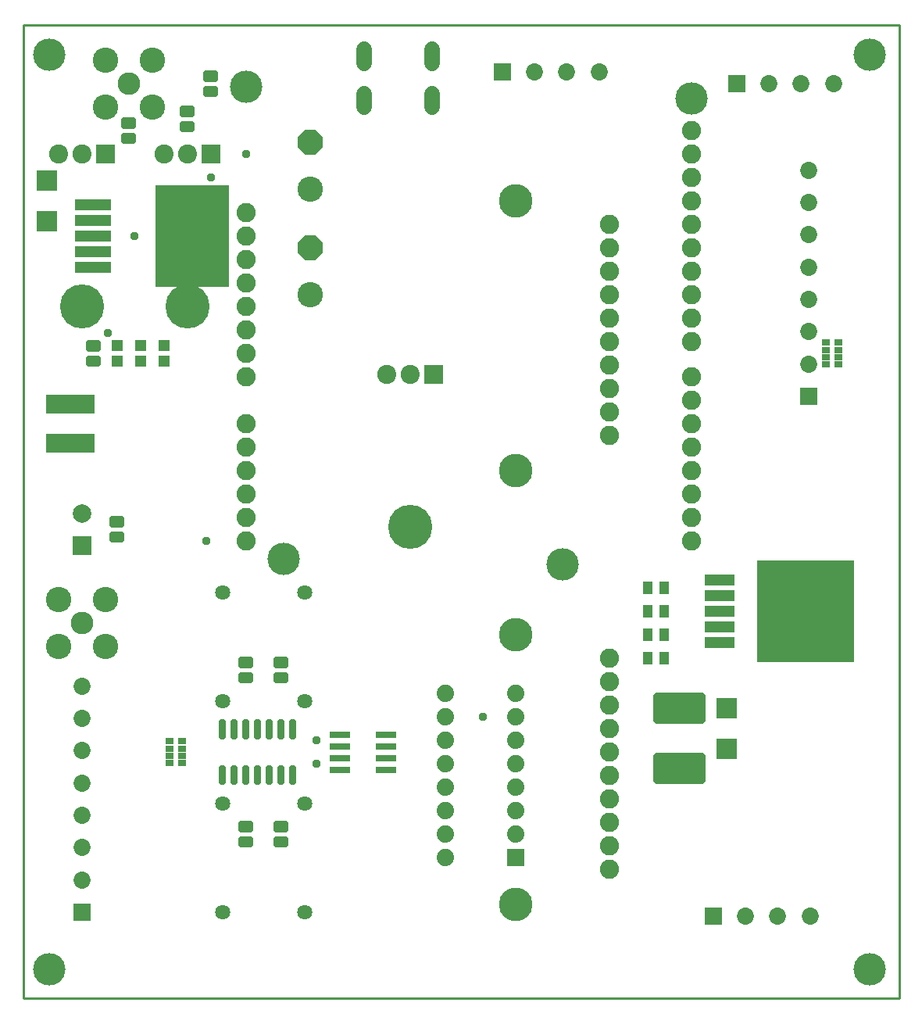
<source format=gbr>
G04 EAGLE Gerber RS-274X export*
G75*
%MOMM*%
%FSLAX34Y34*%
%LPD*%
%INSoldermask Bottom*%
%IPPOS*%
%AMOC8*
5,1,8,0,0,1.08239X$1,22.5*%
G01*
%ADD10C,2.082800*%
%ADD11R,1.879600X1.879600*%
%ADD12C,1.879600*%
%ADD13C,0.506016*%
%ADD14R,2.171700X0.802300*%
%ADD15C,1.633200*%
%ADD16C,0.701791*%
%ADD17C,2.453200*%
%ADD18C,2.753200*%
%ADD19R,1.853200X1.853200*%
%ADD20C,1.853200*%
%ADD21C,3.505200*%
%ADD22R,2.003200X2.003200*%
%ADD23C,2.003200*%
%ADD24R,3.993200X1.193200*%
%ADD25R,8.083200X11.043200*%
%ADD26R,1.203200X1.303200*%
%ADD27R,2.203200X2.203200*%
%ADD28C,2.743200*%
%ADD29P,2.969212X8X112.500000*%
%ADD30C,1.711200*%
%ADD31C,3.632200*%
%ADD32R,0.853200X0.703200*%
%ADD33R,2.063200X2.063200*%
%ADD34C,2.063200*%
%ADD35C,4.775200*%
%ADD36C,3.251200*%
%ADD37R,5.303200X2.103200*%
%ADD38C,0.850800*%
%ADD39R,10.613200X11.003200*%
%ADD40R,3.203200X1.270000*%
%ADD41R,1.003200X1.403200*%
%ADD42C,0.959600*%
%ADD43C,0.254000*%

G36*
X182202Y904803D02*
X182202Y904803D01*
X182204Y904801D01*
X182595Y904832D01*
X182599Y904836D01*
X182602Y904833D01*
X182984Y904924D01*
X182988Y904929D01*
X182992Y904927D01*
X183354Y905077D01*
X183357Y905082D01*
X183361Y905080D01*
X183695Y905285D01*
X183697Y905290D01*
X183701Y905290D01*
X184000Y905545D01*
X184001Y905550D01*
X184005Y905550D01*
X184260Y905849D01*
X184261Y905855D01*
X184265Y905855D01*
X184470Y906189D01*
X184469Y906195D01*
X184474Y906196D01*
X184624Y906558D01*
X184623Y906560D01*
X184624Y906560D01*
X184622Y906563D01*
X184622Y906564D01*
X184626Y906566D01*
X184717Y906948D01*
X184715Y906953D01*
X184717Y906954D01*
X184718Y906955D01*
X184749Y907346D01*
X184747Y907349D01*
X184749Y907350D01*
X184749Y912850D01*
X184747Y912852D01*
X184749Y912854D01*
X184718Y913245D01*
X184714Y913249D01*
X184717Y913252D01*
X184626Y913634D01*
X184621Y913638D01*
X184624Y913642D01*
X184474Y914004D01*
X184468Y914007D01*
X184470Y914011D01*
X184265Y914345D01*
X184260Y914347D01*
X184260Y914351D01*
X184005Y914650D01*
X184000Y914651D01*
X184000Y914655D01*
X183701Y914910D01*
X183695Y914911D01*
X183695Y914915D01*
X183361Y915120D01*
X183355Y915119D01*
X183354Y915124D01*
X182992Y915274D01*
X182986Y915272D01*
X182984Y915276D01*
X182602Y915367D01*
X182595Y915364D01*
X182591Y915368D01*
X173400Y915399D01*
X173398Y915397D01*
X173396Y915399D01*
X173005Y915368D01*
X173001Y915364D01*
X172998Y915367D01*
X172616Y915276D01*
X172612Y915271D01*
X172608Y915274D01*
X172246Y915124D01*
X172243Y915118D01*
X172239Y915120D01*
X171905Y914915D01*
X171903Y914910D01*
X171899Y914910D01*
X171600Y914655D01*
X171599Y914650D01*
X171595Y914650D01*
X171340Y914351D01*
X171339Y914345D01*
X171335Y914345D01*
X171130Y914011D01*
X171131Y914005D01*
X171127Y914004D01*
X170977Y913642D01*
X170978Y913636D01*
X170974Y913634D01*
X170883Y913252D01*
X170885Y913247D01*
X170882Y913245D01*
X170851Y912854D01*
X170853Y912851D01*
X170851Y912850D01*
X170851Y907350D01*
X170853Y907348D01*
X170851Y907346D01*
X170882Y906955D01*
X170886Y906951D01*
X170883Y906948D01*
X170974Y906566D01*
X170979Y906562D01*
X170977Y906558D01*
X171127Y906196D01*
X171132Y906193D01*
X171130Y906189D01*
X171335Y905855D01*
X171340Y905853D01*
X171340Y905849D01*
X171595Y905550D01*
X171600Y905549D01*
X171600Y905545D01*
X171899Y905290D01*
X171905Y905289D01*
X171905Y905285D01*
X172239Y905080D01*
X172245Y905081D01*
X172246Y905077D01*
X172608Y904927D01*
X172614Y904928D01*
X172616Y904924D01*
X172998Y904833D01*
X173005Y904836D01*
X173009Y904832D01*
X182200Y904801D01*
X182202Y904803D01*
G37*
G36*
X182202Y888003D02*
X182202Y888003D01*
X182204Y888001D01*
X182595Y888032D01*
X182599Y888036D01*
X182602Y888033D01*
X182984Y888124D01*
X182988Y888129D01*
X182992Y888127D01*
X183354Y888277D01*
X183357Y888282D01*
X183361Y888280D01*
X183695Y888485D01*
X183697Y888490D01*
X183701Y888490D01*
X184000Y888745D01*
X184001Y888750D01*
X184005Y888750D01*
X184260Y889049D01*
X184261Y889055D01*
X184265Y889055D01*
X184470Y889389D01*
X184469Y889395D01*
X184474Y889396D01*
X184624Y889758D01*
X184623Y889760D01*
X184624Y889760D01*
X184622Y889763D01*
X184622Y889764D01*
X184626Y889766D01*
X184717Y890148D01*
X184715Y890153D01*
X184717Y890154D01*
X184718Y890155D01*
X184749Y890546D01*
X184747Y890549D01*
X184749Y890550D01*
X184749Y896050D01*
X184747Y896052D01*
X184749Y896054D01*
X184718Y896445D01*
X184714Y896449D01*
X184717Y896452D01*
X184626Y896834D01*
X184621Y896838D01*
X184624Y896842D01*
X184474Y897204D01*
X184468Y897207D01*
X184470Y897211D01*
X184265Y897545D01*
X184260Y897547D01*
X184260Y897551D01*
X184005Y897850D01*
X184000Y897851D01*
X184000Y897855D01*
X183701Y898110D01*
X183695Y898111D01*
X183695Y898115D01*
X183361Y898320D01*
X183355Y898319D01*
X183354Y898324D01*
X182992Y898474D01*
X182986Y898472D01*
X182984Y898476D01*
X182602Y898567D01*
X182595Y898564D01*
X182591Y898568D01*
X173400Y898599D01*
X173398Y898597D01*
X173396Y898599D01*
X173005Y898568D01*
X173001Y898564D01*
X172998Y898567D01*
X172616Y898476D01*
X172612Y898471D01*
X172608Y898474D01*
X172246Y898324D01*
X172243Y898318D01*
X172239Y898320D01*
X171905Y898115D01*
X171903Y898110D01*
X171899Y898110D01*
X171600Y897855D01*
X171599Y897850D01*
X171595Y897850D01*
X171340Y897551D01*
X171339Y897545D01*
X171335Y897545D01*
X171130Y897211D01*
X171131Y897205D01*
X171127Y897204D01*
X170977Y896842D01*
X170978Y896836D01*
X170974Y896834D01*
X170883Y896452D01*
X170885Y896447D01*
X170882Y896445D01*
X170851Y896054D01*
X170853Y896051D01*
X170851Y896050D01*
X170851Y890550D01*
X170853Y890548D01*
X170851Y890546D01*
X170882Y890155D01*
X170886Y890151D01*
X170883Y890148D01*
X170974Y889766D01*
X170979Y889762D01*
X170977Y889758D01*
X171127Y889396D01*
X171132Y889393D01*
X171130Y889389D01*
X171335Y889055D01*
X171340Y889053D01*
X171340Y889049D01*
X171595Y888750D01*
X171600Y888749D01*
X171600Y888745D01*
X171899Y888490D01*
X171905Y888489D01*
X171905Y888485D01*
X172239Y888280D01*
X172245Y888281D01*
X172246Y888277D01*
X172608Y888127D01*
X172614Y888128D01*
X172616Y888124D01*
X172998Y888033D01*
X173005Y888036D01*
X173009Y888032D01*
X182200Y888001D01*
X182202Y888003D01*
G37*
G36*
X156802Y866703D02*
X156802Y866703D01*
X156804Y866701D01*
X157195Y866732D01*
X157199Y866736D01*
X157202Y866733D01*
X157584Y866824D01*
X157588Y866829D01*
X157592Y866827D01*
X157954Y866977D01*
X157957Y866982D01*
X157961Y866980D01*
X158295Y867185D01*
X158297Y867190D01*
X158301Y867190D01*
X158600Y867445D01*
X158601Y867450D01*
X158605Y867450D01*
X158860Y867749D01*
X158861Y867755D01*
X158865Y867755D01*
X159070Y868089D01*
X159069Y868095D01*
X159074Y868096D01*
X159224Y868458D01*
X159223Y868460D01*
X159224Y868460D01*
X159222Y868463D01*
X159222Y868464D01*
X159226Y868466D01*
X159317Y868848D01*
X159315Y868853D01*
X159317Y868854D01*
X159318Y868855D01*
X159349Y869246D01*
X159347Y869249D01*
X159349Y869250D01*
X159349Y874750D01*
X159347Y874752D01*
X159349Y874754D01*
X159318Y875145D01*
X159314Y875149D01*
X159317Y875152D01*
X159226Y875534D01*
X159221Y875538D01*
X159224Y875542D01*
X159074Y875904D01*
X159068Y875907D01*
X159070Y875911D01*
X158865Y876245D01*
X158860Y876247D01*
X158860Y876251D01*
X158605Y876550D01*
X158600Y876551D01*
X158600Y876555D01*
X158301Y876810D01*
X158295Y876811D01*
X158295Y876815D01*
X157961Y877020D01*
X157955Y877019D01*
X157954Y877024D01*
X157592Y877174D01*
X157586Y877172D01*
X157584Y877176D01*
X157202Y877267D01*
X157195Y877264D01*
X157191Y877268D01*
X148000Y877299D01*
X147998Y877297D01*
X147996Y877299D01*
X147605Y877268D01*
X147601Y877264D01*
X147598Y877267D01*
X147216Y877176D01*
X147212Y877171D01*
X147208Y877174D01*
X146846Y877024D01*
X146843Y877018D01*
X146839Y877020D01*
X146505Y876815D01*
X146503Y876810D01*
X146499Y876810D01*
X146200Y876555D01*
X146199Y876550D01*
X146195Y876550D01*
X145940Y876251D01*
X145939Y876245D01*
X145935Y876245D01*
X145730Y875911D01*
X145731Y875905D01*
X145727Y875904D01*
X145577Y875542D01*
X145578Y875536D01*
X145574Y875534D01*
X145483Y875152D01*
X145485Y875147D01*
X145482Y875145D01*
X145451Y874754D01*
X145453Y874751D01*
X145451Y874750D01*
X145451Y869250D01*
X145453Y869248D01*
X145451Y869246D01*
X145482Y868855D01*
X145486Y868851D01*
X145483Y868848D01*
X145574Y868466D01*
X145579Y868462D01*
X145577Y868458D01*
X145727Y868096D01*
X145732Y868093D01*
X145730Y868089D01*
X145935Y867755D01*
X145940Y867753D01*
X145940Y867749D01*
X146195Y867450D01*
X146200Y867449D01*
X146200Y867445D01*
X146499Y867190D01*
X146505Y867189D01*
X146505Y867185D01*
X146839Y866980D01*
X146845Y866981D01*
X146846Y866977D01*
X147208Y866827D01*
X147214Y866828D01*
X147216Y866824D01*
X147598Y866733D01*
X147605Y866736D01*
X147609Y866732D01*
X156800Y866701D01*
X156802Y866703D01*
G37*
G36*
X93302Y854003D02*
X93302Y854003D01*
X93304Y854001D01*
X93695Y854032D01*
X93699Y854036D01*
X93702Y854033D01*
X94084Y854124D01*
X94088Y854129D01*
X94092Y854127D01*
X94454Y854277D01*
X94457Y854282D01*
X94461Y854280D01*
X94795Y854485D01*
X94797Y854490D01*
X94801Y854490D01*
X95100Y854745D01*
X95101Y854750D01*
X95105Y854750D01*
X95360Y855049D01*
X95361Y855055D01*
X95365Y855055D01*
X95570Y855389D01*
X95569Y855395D01*
X95574Y855396D01*
X95724Y855758D01*
X95723Y855760D01*
X95724Y855760D01*
X95722Y855763D01*
X95722Y855764D01*
X95726Y855766D01*
X95817Y856148D01*
X95815Y856153D01*
X95817Y856154D01*
X95818Y856155D01*
X95849Y856546D01*
X95847Y856549D01*
X95849Y856550D01*
X95849Y862050D01*
X95847Y862052D01*
X95849Y862054D01*
X95818Y862445D01*
X95814Y862449D01*
X95817Y862452D01*
X95726Y862834D01*
X95721Y862838D01*
X95724Y862842D01*
X95574Y863204D01*
X95568Y863207D01*
X95570Y863211D01*
X95365Y863545D01*
X95360Y863547D01*
X95360Y863551D01*
X95105Y863850D01*
X95100Y863851D01*
X95100Y863855D01*
X94801Y864110D01*
X94795Y864111D01*
X94795Y864115D01*
X94461Y864320D01*
X94455Y864319D01*
X94454Y864324D01*
X94092Y864474D01*
X94086Y864472D01*
X94084Y864476D01*
X93702Y864567D01*
X93695Y864564D01*
X93691Y864568D01*
X84500Y864599D01*
X84498Y864597D01*
X84496Y864599D01*
X84105Y864568D01*
X84101Y864564D01*
X84098Y864567D01*
X83716Y864476D01*
X83712Y864471D01*
X83708Y864474D01*
X83346Y864324D01*
X83343Y864318D01*
X83339Y864320D01*
X83005Y864115D01*
X83003Y864110D01*
X82999Y864110D01*
X82700Y863855D01*
X82699Y863850D01*
X82695Y863850D01*
X82440Y863551D01*
X82439Y863545D01*
X82435Y863545D01*
X82230Y863211D01*
X82231Y863205D01*
X82227Y863204D01*
X82077Y862842D01*
X82078Y862836D01*
X82074Y862834D01*
X81983Y862452D01*
X81985Y862447D01*
X81982Y862445D01*
X81951Y862054D01*
X81953Y862051D01*
X81951Y862050D01*
X81951Y856550D01*
X81953Y856548D01*
X81951Y856546D01*
X81982Y856155D01*
X81986Y856151D01*
X81983Y856148D01*
X82074Y855766D01*
X82079Y855762D01*
X82077Y855758D01*
X82227Y855396D01*
X82232Y855393D01*
X82230Y855389D01*
X82435Y855055D01*
X82440Y855053D01*
X82440Y855049D01*
X82695Y854750D01*
X82700Y854749D01*
X82700Y854745D01*
X82999Y854490D01*
X83005Y854489D01*
X83005Y854485D01*
X83339Y854280D01*
X83345Y854281D01*
X83346Y854277D01*
X83708Y854127D01*
X83714Y854128D01*
X83716Y854124D01*
X84098Y854033D01*
X84105Y854036D01*
X84109Y854032D01*
X93300Y854001D01*
X93302Y854003D01*
G37*
G36*
X156802Y849903D02*
X156802Y849903D01*
X156804Y849901D01*
X157195Y849932D01*
X157199Y849936D01*
X157202Y849933D01*
X157584Y850024D01*
X157588Y850029D01*
X157592Y850027D01*
X157954Y850177D01*
X157957Y850182D01*
X157961Y850180D01*
X158295Y850385D01*
X158297Y850390D01*
X158301Y850390D01*
X158600Y850645D01*
X158601Y850650D01*
X158605Y850650D01*
X158860Y850949D01*
X158861Y850955D01*
X158865Y850955D01*
X159070Y851289D01*
X159069Y851295D01*
X159074Y851296D01*
X159224Y851658D01*
X159223Y851660D01*
X159224Y851660D01*
X159222Y851663D01*
X159222Y851664D01*
X159226Y851666D01*
X159317Y852048D01*
X159315Y852053D01*
X159317Y852054D01*
X159318Y852055D01*
X159349Y852446D01*
X159347Y852449D01*
X159349Y852450D01*
X159349Y857950D01*
X159347Y857952D01*
X159349Y857954D01*
X159318Y858345D01*
X159314Y858349D01*
X159317Y858352D01*
X159226Y858734D01*
X159221Y858738D01*
X159224Y858742D01*
X159074Y859104D01*
X159068Y859107D01*
X159070Y859111D01*
X158865Y859445D01*
X158860Y859447D01*
X158860Y859451D01*
X158605Y859750D01*
X158600Y859751D01*
X158600Y859755D01*
X158301Y860010D01*
X158295Y860011D01*
X158295Y860015D01*
X157961Y860220D01*
X157955Y860219D01*
X157954Y860224D01*
X157592Y860374D01*
X157586Y860372D01*
X157584Y860376D01*
X157202Y860467D01*
X157195Y860464D01*
X157191Y860468D01*
X148000Y860499D01*
X147998Y860497D01*
X147996Y860499D01*
X147605Y860468D01*
X147601Y860464D01*
X147598Y860467D01*
X147216Y860376D01*
X147212Y860371D01*
X147208Y860374D01*
X146846Y860224D01*
X146843Y860218D01*
X146839Y860220D01*
X146505Y860015D01*
X146503Y860010D01*
X146499Y860010D01*
X146200Y859755D01*
X146199Y859750D01*
X146195Y859750D01*
X145940Y859451D01*
X145939Y859445D01*
X145935Y859445D01*
X145730Y859111D01*
X145731Y859105D01*
X145727Y859104D01*
X145577Y858742D01*
X145578Y858736D01*
X145574Y858734D01*
X145483Y858352D01*
X145485Y858347D01*
X145482Y858345D01*
X145451Y857954D01*
X145453Y857951D01*
X145451Y857950D01*
X145451Y852450D01*
X145453Y852448D01*
X145451Y852446D01*
X145482Y852055D01*
X145486Y852051D01*
X145483Y852048D01*
X145574Y851666D01*
X145579Y851662D01*
X145577Y851658D01*
X145727Y851296D01*
X145732Y851293D01*
X145730Y851289D01*
X145935Y850955D01*
X145940Y850953D01*
X145940Y850949D01*
X146195Y850650D01*
X146200Y850649D01*
X146200Y850645D01*
X146499Y850390D01*
X146505Y850389D01*
X146505Y850385D01*
X146839Y850180D01*
X146845Y850181D01*
X146846Y850177D01*
X147208Y850027D01*
X147214Y850028D01*
X147216Y850024D01*
X147598Y849933D01*
X147605Y849936D01*
X147609Y849932D01*
X156800Y849901D01*
X156802Y849903D01*
G37*
G36*
X93302Y837203D02*
X93302Y837203D01*
X93304Y837201D01*
X93695Y837232D01*
X93699Y837236D01*
X93702Y837233D01*
X94084Y837324D01*
X94088Y837329D01*
X94092Y837327D01*
X94454Y837477D01*
X94457Y837482D01*
X94461Y837480D01*
X94795Y837685D01*
X94797Y837690D01*
X94801Y837690D01*
X95100Y837945D01*
X95101Y837950D01*
X95105Y837950D01*
X95360Y838249D01*
X95361Y838255D01*
X95365Y838255D01*
X95570Y838589D01*
X95569Y838595D01*
X95574Y838596D01*
X95724Y838958D01*
X95723Y838960D01*
X95724Y838960D01*
X95722Y838963D01*
X95722Y838964D01*
X95726Y838966D01*
X95817Y839348D01*
X95815Y839353D01*
X95817Y839354D01*
X95818Y839355D01*
X95849Y839746D01*
X95847Y839749D01*
X95849Y839750D01*
X95849Y845250D01*
X95847Y845252D01*
X95849Y845254D01*
X95818Y845645D01*
X95814Y845649D01*
X95817Y845652D01*
X95726Y846034D01*
X95721Y846038D01*
X95724Y846042D01*
X95574Y846404D01*
X95568Y846407D01*
X95570Y846411D01*
X95365Y846745D01*
X95360Y846747D01*
X95360Y846751D01*
X95105Y847050D01*
X95100Y847051D01*
X95100Y847055D01*
X94801Y847310D01*
X94795Y847311D01*
X94795Y847315D01*
X94461Y847520D01*
X94455Y847519D01*
X94454Y847524D01*
X94092Y847674D01*
X94086Y847672D01*
X94084Y847676D01*
X93702Y847767D01*
X93695Y847764D01*
X93691Y847768D01*
X84500Y847799D01*
X84498Y847797D01*
X84496Y847799D01*
X84105Y847768D01*
X84101Y847764D01*
X84098Y847767D01*
X83716Y847676D01*
X83712Y847671D01*
X83708Y847674D01*
X83346Y847524D01*
X83343Y847518D01*
X83339Y847520D01*
X83005Y847315D01*
X83003Y847310D01*
X82999Y847310D01*
X82700Y847055D01*
X82699Y847050D01*
X82695Y847050D01*
X82440Y846751D01*
X82439Y846745D01*
X82435Y846745D01*
X82230Y846411D01*
X82231Y846405D01*
X82227Y846404D01*
X82077Y846042D01*
X82078Y846036D01*
X82074Y846034D01*
X81983Y845652D01*
X81985Y845647D01*
X81982Y845645D01*
X81951Y845254D01*
X81953Y845251D01*
X81951Y845250D01*
X81951Y839750D01*
X81953Y839748D01*
X81951Y839746D01*
X81982Y839355D01*
X81986Y839351D01*
X81983Y839348D01*
X82074Y838966D01*
X82079Y838962D01*
X82077Y838958D01*
X82227Y838596D01*
X82232Y838593D01*
X82230Y838589D01*
X82435Y838255D01*
X82440Y838253D01*
X82440Y838249D01*
X82695Y837950D01*
X82700Y837949D01*
X82700Y837945D01*
X82999Y837690D01*
X83005Y837689D01*
X83005Y837685D01*
X83339Y837480D01*
X83345Y837481D01*
X83346Y837477D01*
X83708Y837327D01*
X83714Y837328D01*
X83716Y837324D01*
X84098Y837233D01*
X84105Y837236D01*
X84109Y837232D01*
X93300Y837201D01*
X93302Y837203D01*
G37*
G36*
X55202Y612703D02*
X55202Y612703D01*
X55204Y612701D01*
X55595Y612732D01*
X55599Y612736D01*
X55602Y612733D01*
X55984Y612824D01*
X55988Y612829D01*
X55992Y612827D01*
X56354Y612977D01*
X56357Y612982D01*
X56361Y612980D01*
X56695Y613185D01*
X56697Y613190D01*
X56701Y613190D01*
X57000Y613445D01*
X57001Y613450D01*
X57005Y613450D01*
X57260Y613749D01*
X57261Y613755D01*
X57265Y613755D01*
X57470Y614089D01*
X57469Y614095D01*
X57474Y614096D01*
X57624Y614458D01*
X57623Y614460D01*
X57624Y614460D01*
X57622Y614463D01*
X57622Y614464D01*
X57626Y614466D01*
X57717Y614848D01*
X57715Y614853D01*
X57717Y614854D01*
X57718Y614855D01*
X57749Y615246D01*
X57747Y615249D01*
X57749Y615250D01*
X57749Y620750D01*
X57747Y620752D01*
X57749Y620754D01*
X57718Y621145D01*
X57714Y621149D01*
X57717Y621152D01*
X57626Y621534D01*
X57621Y621538D01*
X57624Y621542D01*
X57474Y621904D01*
X57468Y621907D01*
X57470Y621911D01*
X57265Y622245D01*
X57260Y622247D01*
X57260Y622251D01*
X57005Y622550D01*
X57000Y622551D01*
X57000Y622555D01*
X56701Y622810D01*
X56695Y622811D01*
X56695Y622815D01*
X56361Y623020D01*
X56355Y623019D01*
X56354Y623024D01*
X55992Y623174D01*
X55986Y623172D01*
X55984Y623176D01*
X55602Y623267D01*
X55595Y623264D01*
X55591Y623268D01*
X46400Y623299D01*
X46398Y623297D01*
X46396Y623299D01*
X46005Y623268D01*
X46001Y623264D01*
X45998Y623267D01*
X45616Y623176D01*
X45612Y623171D01*
X45608Y623174D01*
X45246Y623024D01*
X45243Y623018D01*
X45239Y623020D01*
X44905Y622815D01*
X44903Y622810D01*
X44899Y622810D01*
X44600Y622555D01*
X44599Y622550D01*
X44595Y622550D01*
X44340Y622251D01*
X44339Y622245D01*
X44335Y622245D01*
X44130Y621911D01*
X44131Y621905D01*
X44127Y621904D01*
X43977Y621542D01*
X43978Y621536D01*
X43974Y621534D01*
X43883Y621152D01*
X43885Y621147D01*
X43882Y621145D01*
X43851Y620754D01*
X43853Y620751D01*
X43851Y620750D01*
X43851Y615250D01*
X43853Y615248D01*
X43851Y615246D01*
X43882Y614855D01*
X43886Y614851D01*
X43883Y614848D01*
X43974Y614466D01*
X43979Y614462D01*
X43977Y614458D01*
X44127Y614096D01*
X44132Y614093D01*
X44130Y614089D01*
X44335Y613755D01*
X44340Y613753D01*
X44340Y613749D01*
X44595Y613450D01*
X44600Y613449D01*
X44600Y613445D01*
X44899Y613190D01*
X44905Y613189D01*
X44905Y613185D01*
X45239Y612980D01*
X45245Y612981D01*
X45246Y612977D01*
X45608Y612827D01*
X45614Y612828D01*
X45616Y612824D01*
X45998Y612733D01*
X46005Y612736D01*
X46009Y612732D01*
X55200Y612701D01*
X55202Y612703D01*
G37*
G36*
X55202Y595903D02*
X55202Y595903D01*
X55204Y595901D01*
X55595Y595932D01*
X55599Y595936D01*
X55602Y595933D01*
X55984Y596024D01*
X55988Y596029D01*
X55992Y596027D01*
X56354Y596177D01*
X56357Y596182D01*
X56361Y596180D01*
X56695Y596385D01*
X56697Y596390D01*
X56701Y596390D01*
X57000Y596645D01*
X57001Y596650D01*
X57005Y596650D01*
X57260Y596949D01*
X57261Y596955D01*
X57265Y596955D01*
X57470Y597289D01*
X57469Y597295D01*
X57474Y597296D01*
X57624Y597658D01*
X57623Y597660D01*
X57624Y597660D01*
X57622Y597663D01*
X57622Y597664D01*
X57626Y597666D01*
X57717Y598048D01*
X57715Y598053D01*
X57717Y598054D01*
X57718Y598055D01*
X57749Y598446D01*
X57747Y598449D01*
X57749Y598450D01*
X57749Y603950D01*
X57747Y603952D01*
X57749Y603954D01*
X57718Y604345D01*
X57714Y604349D01*
X57717Y604352D01*
X57626Y604734D01*
X57621Y604738D01*
X57624Y604742D01*
X57474Y605104D01*
X57468Y605107D01*
X57470Y605111D01*
X57265Y605445D01*
X57260Y605447D01*
X57260Y605451D01*
X57005Y605750D01*
X57000Y605751D01*
X57000Y605755D01*
X56701Y606010D01*
X56695Y606011D01*
X56695Y606015D01*
X56361Y606220D01*
X56355Y606219D01*
X56354Y606224D01*
X55992Y606374D01*
X55986Y606372D01*
X55984Y606376D01*
X55602Y606467D01*
X55595Y606464D01*
X55591Y606468D01*
X46400Y606499D01*
X46398Y606497D01*
X46396Y606499D01*
X46005Y606468D01*
X46001Y606464D01*
X45998Y606467D01*
X45616Y606376D01*
X45612Y606371D01*
X45608Y606374D01*
X45246Y606224D01*
X45243Y606218D01*
X45239Y606220D01*
X44905Y606015D01*
X44903Y606010D01*
X44899Y606010D01*
X44600Y605755D01*
X44599Y605750D01*
X44595Y605750D01*
X44340Y605451D01*
X44339Y605445D01*
X44335Y605445D01*
X44130Y605111D01*
X44131Y605105D01*
X44127Y605104D01*
X43977Y604742D01*
X43978Y604736D01*
X43974Y604734D01*
X43883Y604352D01*
X43885Y604347D01*
X43882Y604345D01*
X43851Y603954D01*
X43853Y603951D01*
X43851Y603950D01*
X43851Y598450D01*
X43853Y598448D01*
X43851Y598446D01*
X43882Y598055D01*
X43886Y598051D01*
X43883Y598048D01*
X43974Y597666D01*
X43979Y597662D01*
X43977Y597658D01*
X44127Y597296D01*
X44132Y597293D01*
X44130Y597289D01*
X44335Y596955D01*
X44340Y596953D01*
X44340Y596949D01*
X44595Y596650D01*
X44600Y596649D01*
X44600Y596645D01*
X44899Y596390D01*
X44905Y596389D01*
X44905Y596385D01*
X45239Y596180D01*
X45245Y596181D01*
X45246Y596177D01*
X45608Y596027D01*
X45614Y596028D01*
X45616Y596024D01*
X45998Y595933D01*
X46005Y595936D01*
X46009Y595932D01*
X55200Y595901D01*
X55202Y595903D01*
G37*
G36*
X80602Y422203D02*
X80602Y422203D01*
X80604Y422201D01*
X80995Y422232D01*
X80999Y422236D01*
X81002Y422233D01*
X81384Y422324D01*
X81388Y422329D01*
X81392Y422327D01*
X81754Y422477D01*
X81757Y422482D01*
X81761Y422480D01*
X82095Y422685D01*
X82097Y422690D01*
X82101Y422690D01*
X82400Y422945D01*
X82401Y422950D01*
X82405Y422950D01*
X82660Y423249D01*
X82661Y423255D01*
X82665Y423255D01*
X82870Y423589D01*
X82869Y423595D01*
X82874Y423596D01*
X83024Y423958D01*
X83023Y423960D01*
X83024Y423960D01*
X83022Y423963D01*
X83022Y423964D01*
X83026Y423966D01*
X83117Y424348D01*
X83115Y424353D01*
X83117Y424354D01*
X83118Y424355D01*
X83149Y424746D01*
X83147Y424749D01*
X83149Y424750D01*
X83149Y430250D01*
X83147Y430252D01*
X83149Y430254D01*
X83118Y430645D01*
X83114Y430649D01*
X83117Y430652D01*
X83026Y431034D01*
X83021Y431038D01*
X83024Y431042D01*
X82874Y431404D01*
X82868Y431407D01*
X82870Y431411D01*
X82665Y431745D01*
X82660Y431747D01*
X82660Y431751D01*
X82405Y432050D01*
X82400Y432051D01*
X82400Y432055D01*
X82101Y432310D01*
X82095Y432311D01*
X82095Y432315D01*
X81761Y432520D01*
X81755Y432519D01*
X81754Y432524D01*
X81392Y432674D01*
X81386Y432672D01*
X81384Y432676D01*
X81002Y432767D01*
X80995Y432764D01*
X80991Y432768D01*
X71800Y432799D01*
X71798Y432797D01*
X71796Y432799D01*
X71405Y432768D01*
X71401Y432764D01*
X71398Y432767D01*
X71016Y432676D01*
X71012Y432671D01*
X71008Y432674D01*
X70646Y432524D01*
X70643Y432518D01*
X70639Y432520D01*
X70305Y432315D01*
X70303Y432310D01*
X70299Y432310D01*
X70000Y432055D01*
X69999Y432050D01*
X69995Y432050D01*
X69740Y431751D01*
X69739Y431745D01*
X69735Y431745D01*
X69530Y431411D01*
X69531Y431405D01*
X69527Y431404D01*
X69377Y431042D01*
X69378Y431036D01*
X69374Y431034D01*
X69283Y430652D01*
X69285Y430647D01*
X69282Y430645D01*
X69251Y430254D01*
X69253Y430251D01*
X69251Y430250D01*
X69251Y424750D01*
X69253Y424748D01*
X69251Y424746D01*
X69282Y424355D01*
X69286Y424351D01*
X69283Y424348D01*
X69374Y423966D01*
X69379Y423962D01*
X69377Y423958D01*
X69527Y423596D01*
X69532Y423593D01*
X69530Y423589D01*
X69735Y423255D01*
X69740Y423253D01*
X69740Y423249D01*
X69995Y422950D01*
X70000Y422949D01*
X70000Y422945D01*
X70299Y422690D01*
X70305Y422689D01*
X70305Y422685D01*
X70639Y422480D01*
X70645Y422481D01*
X70646Y422477D01*
X71008Y422327D01*
X71014Y422328D01*
X71016Y422324D01*
X71398Y422233D01*
X71405Y422236D01*
X71409Y422232D01*
X80600Y422201D01*
X80602Y422203D01*
G37*
G36*
X80602Y405403D02*
X80602Y405403D01*
X80604Y405401D01*
X80995Y405432D01*
X80999Y405436D01*
X81002Y405433D01*
X81384Y405524D01*
X81388Y405529D01*
X81392Y405527D01*
X81754Y405677D01*
X81757Y405682D01*
X81761Y405680D01*
X82095Y405885D01*
X82097Y405890D01*
X82101Y405890D01*
X82400Y406145D01*
X82401Y406150D01*
X82405Y406150D01*
X82660Y406449D01*
X82661Y406455D01*
X82665Y406455D01*
X82870Y406789D01*
X82869Y406795D01*
X82874Y406796D01*
X83024Y407158D01*
X83023Y407160D01*
X83024Y407160D01*
X83022Y407163D01*
X83022Y407164D01*
X83026Y407166D01*
X83117Y407548D01*
X83115Y407553D01*
X83117Y407554D01*
X83118Y407555D01*
X83149Y407946D01*
X83147Y407949D01*
X83149Y407950D01*
X83149Y413450D01*
X83147Y413452D01*
X83149Y413454D01*
X83118Y413845D01*
X83114Y413849D01*
X83117Y413852D01*
X83026Y414234D01*
X83021Y414238D01*
X83024Y414242D01*
X82874Y414604D01*
X82868Y414607D01*
X82870Y414611D01*
X82665Y414945D01*
X82660Y414947D01*
X82660Y414951D01*
X82405Y415250D01*
X82400Y415251D01*
X82400Y415255D01*
X82101Y415510D01*
X82095Y415511D01*
X82095Y415515D01*
X81761Y415720D01*
X81755Y415719D01*
X81754Y415724D01*
X81392Y415874D01*
X81386Y415872D01*
X81384Y415876D01*
X81002Y415967D01*
X80995Y415964D01*
X80991Y415968D01*
X71800Y415999D01*
X71798Y415997D01*
X71796Y415999D01*
X71405Y415968D01*
X71401Y415964D01*
X71398Y415967D01*
X71016Y415876D01*
X71012Y415871D01*
X71008Y415874D01*
X70646Y415724D01*
X70643Y415718D01*
X70639Y415720D01*
X70305Y415515D01*
X70303Y415510D01*
X70299Y415510D01*
X70000Y415255D01*
X69999Y415250D01*
X69995Y415250D01*
X69740Y414951D01*
X69739Y414945D01*
X69735Y414945D01*
X69530Y414611D01*
X69531Y414605D01*
X69527Y414604D01*
X69377Y414242D01*
X69378Y414236D01*
X69374Y414234D01*
X69283Y413852D01*
X69285Y413847D01*
X69282Y413845D01*
X69251Y413454D01*
X69253Y413451D01*
X69251Y413450D01*
X69251Y407950D01*
X69253Y407948D01*
X69251Y407946D01*
X69282Y407555D01*
X69286Y407551D01*
X69283Y407548D01*
X69374Y407166D01*
X69379Y407162D01*
X69377Y407158D01*
X69527Y406796D01*
X69532Y406793D01*
X69530Y406789D01*
X69735Y406455D01*
X69740Y406453D01*
X69740Y406449D01*
X69995Y406150D01*
X70000Y406149D01*
X70000Y406145D01*
X70299Y405890D01*
X70305Y405889D01*
X70305Y405885D01*
X70639Y405680D01*
X70645Y405681D01*
X70646Y405677D01*
X71008Y405527D01*
X71014Y405528D01*
X71016Y405524D01*
X71398Y405433D01*
X71405Y405436D01*
X71409Y405432D01*
X80600Y405401D01*
X80602Y405403D01*
G37*
G36*
X220302Y269803D02*
X220302Y269803D01*
X220304Y269801D01*
X220695Y269832D01*
X220699Y269836D01*
X220702Y269833D01*
X221084Y269924D01*
X221088Y269929D01*
X221092Y269927D01*
X221454Y270077D01*
X221457Y270082D01*
X221461Y270080D01*
X221795Y270285D01*
X221797Y270290D01*
X221801Y270290D01*
X222100Y270545D01*
X222101Y270550D01*
X222105Y270550D01*
X222360Y270849D01*
X222361Y270855D01*
X222365Y270855D01*
X222570Y271189D01*
X222569Y271195D01*
X222574Y271196D01*
X222724Y271558D01*
X222723Y271560D01*
X222724Y271560D01*
X222722Y271563D01*
X222722Y271564D01*
X222726Y271566D01*
X222817Y271948D01*
X222815Y271953D01*
X222817Y271954D01*
X222818Y271955D01*
X222849Y272346D01*
X222847Y272349D01*
X222849Y272350D01*
X222849Y277850D01*
X222847Y277852D01*
X222849Y277854D01*
X222818Y278245D01*
X222814Y278249D01*
X222817Y278252D01*
X222726Y278634D01*
X222721Y278638D01*
X222724Y278642D01*
X222574Y279004D01*
X222568Y279007D01*
X222570Y279011D01*
X222365Y279345D01*
X222360Y279347D01*
X222360Y279351D01*
X222105Y279650D01*
X222100Y279651D01*
X222100Y279655D01*
X221801Y279910D01*
X221795Y279911D01*
X221795Y279915D01*
X221461Y280120D01*
X221455Y280119D01*
X221454Y280124D01*
X221092Y280274D01*
X221086Y280272D01*
X221084Y280276D01*
X220702Y280367D01*
X220695Y280364D01*
X220691Y280368D01*
X211500Y280399D01*
X211498Y280397D01*
X211496Y280399D01*
X211105Y280368D01*
X211101Y280364D01*
X211098Y280367D01*
X210716Y280276D01*
X210712Y280271D01*
X210708Y280274D01*
X210346Y280124D01*
X210343Y280118D01*
X210339Y280120D01*
X210005Y279915D01*
X210003Y279910D01*
X209999Y279910D01*
X209700Y279655D01*
X209699Y279650D01*
X209695Y279650D01*
X209440Y279351D01*
X209439Y279345D01*
X209435Y279345D01*
X209230Y279011D01*
X209231Y279005D01*
X209227Y279004D01*
X209077Y278642D01*
X209078Y278636D01*
X209074Y278634D01*
X208983Y278252D01*
X208985Y278247D01*
X208982Y278245D01*
X208951Y277854D01*
X208953Y277851D01*
X208951Y277850D01*
X208951Y272350D01*
X208953Y272348D01*
X208951Y272346D01*
X208982Y271955D01*
X208986Y271951D01*
X208983Y271948D01*
X209074Y271566D01*
X209079Y271562D01*
X209077Y271558D01*
X209227Y271196D01*
X209232Y271193D01*
X209230Y271189D01*
X209435Y270855D01*
X209440Y270853D01*
X209440Y270849D01*
X209695Y270550D01*
X209700Y270549D01*
X209700Y270545D01*
X209999Y270290D01*
X210005Y270289D01*
X210005Y270285D01*
X210339Y270080D01*
X210345Y270081D01*
X210346Y270077D01*
X210708Y269927D01*
X210714Y269928D01*
X210716Y269924D01*
X211098Y269833D01*
X211105Y269836D01*
X211109Y269832D01*
X220300Y269801D01*
X220302Y269803D01*
G37*
G36*
X258402Y269803D02*
X258402Y269803D01*
X258404Y269801D01*
X258795Y269832D01*
X258799Y269836D01*
X258802Y269833D01*
X259184Y269924D01*
X259188Y269929D01*
X259192Y269927D01*
X259554Y270077D01*
X259557Y270082D01*
X259561Y270080D01*
X259895Y270285D01*
X259897Y270290D01*
X259901Y270290D01*
X260200Y270545D01*
X260201Y270550D01*
X260205Y270550D01*
X260460Y270849D01*
X260461Y270855D01*
X260465Y270855D01*
X260670Y271189D01*
X260669Y271195D01*
X260674Y271196D01*
X260824Y271558D01*
X260823Y271560D01*
X260824Y271560D01*
X260822Y271563D01*
X260822Y271564D01*
X260826Y271566D01*
X260917Y271948D01*
X260915Y271953D01*
X260917Y271954D01*
X260918Y271955D01*
X260949Y272346D01*
X260947Y272349D01*
X260949Y272350D01*
X260949Y277850D01*
X260947Y277852D01*
X260949Y277854D01*
X260918Y278245D01*
X260914Y278249D01*
X260917Y278252D01*
X260826Y278634D01*
X260821Y278638D01*
X260824Y278642D01*
X260674Y279004D01*
X260668Y279007D01*
X260670Y279011D01*
X260465Y279345D01*
X260460Y279347D01*
X260460Y279351D01*
X260205Y279650D01*
X260200Y279651D01*
X260200Y279655D01*
X259901Y279910D01*
X259895Y279911D01*
X259895Y279915D01*
X259561Y280120D01*
X259555Y280119D01*
X259554Y280124D01*
X259192Y280274D01*
X259186Y280272D01*
X259184Y280276D01*
X258802Y280367D01*
X258795Y280364D01*
X258791Y280368D01*
X249600Y280399D01*
X249598Y280397D01*
X249596Y280399D01*
X249205Y280368D01*
X249201Y280364D01*
X249198Y280367D01*
X248816Y280276D01*
X248812Y280271D01*
X248808Y280274D01*
X248446Y280124D01*
X248443Y280118D01*
X248439Y280120D01*
X248105Y279915D01*
X248103Y279910D01*
X248099Y279910D01*
X247800Y279655D01*
X247799Y279650D01*
X247795Y279650D01*
X247540Y279351D01*
X247539Y279345D01*
X247535Y279345D01*
X247330Y279011D01*
X247331Y279005D01*
X247327Y279004D01*
X247177Y278642D01*
X247178Y278636D01*
X247174Y278634D01*
X247083Y278252D01*
X247085Y278247D01*
X247082Y278245D01*
X247051Y277854D01*
X247053Y277851D01*
X247051Y277850D01*
X247051Y272350D01*
X247053Y272348D01*
X247051Y272346D01*
X247082Y271955D01*
X247086Y271951D01*
X247083Y271948D01*
X247174Y271566D01*
X247179Y271562D01*
X247177Y271558D01*
X247327Y271196D01*
X247332Y271193D01*
X247330Y271189D01*
X247535Y270855D01*
X247540Y270853D01*
X247540Y270849D01*
X247795Y270550D01*
X247800Y270549D01*
X247800Y270545D01*
X248099Y270290D01*
X248105Y270289D01*
X248105Y270285D01*
X248439Y270080D01*
X248445Y270081D01*
X248446Y270077D01*
X248808Y269927D01*
X248814Y269928D01*
X248816Y269924D01*
X249198Y269833D01*
X249205Y269836D01*
X249209Y269832D01*
X258400Y269801D01*
X258402Y269803D01*
G37*
G36*
X258402Y253003D02*
X258402Y253003D01*
X258404Y253001D01*
X258795Y253032D01*
X258799Y253036D01*
X258802Y253033D01*
X259184Y253124D01*
X259188Y253129D01*
X259192Y253127D01*
X259554Y253277D01*
X259557Y253282D01*
X259561Y253280D01*
X259895Y253485D01*
X259897Y253490D01*
X259901Y253490D01*
X260200Y253745D01*
X260201Y253750D01*
X260205Y253750D01*
X260460Y254049D01*
X260461Y254055D01*
X260465Y254055D01*
X260670Y254389D01*
X260669Y254395D01*
X260674Y254396D01*
X260824Y254758D01*
X260823Y254760D01*
X260824Y254760D01*
X260822Y254763D01*
X260822Y254764D01*
X260826Y254766D01*
X260917Y255148D01*
X260915Y255153D01*
X260917Y255154D01*
X260918Y255155D01*
X260949Y255546D01*
X260947Y255549D01*
X260949Y255550D01*
X260949Y261050D01*
X260947Y261052D01*
X260949Y261054D01*
X260918Y261445D01*
X260914Y261449D01*
X260917Y261452D01*
X260826Y261834D01*
X260821Y261838D01*
X260824Y261842D01*
X260674Y262204D01*
X260668Y262207D01*
X260670Y262211D01*
X260465Y262545D01*
X260460Y262547D01*
X260460Y262551D01*
X260205Y262850D01*
X260200Y262851D01*
X260200Y262855D01*
X259901Y263110D01*
X259895Y263111D01*
X259895Y263115D01*
X259561Y263320D01*
X259555Y263319D01*
X259554Y263324D01*
X259192Y263474D01*
X259186Y263472D01*
X259184Y263476D01*
X258802Y263567D01*
X258795Y263564D01*
X258791Y263568D01*
X249600Y263599D01*
X249598Y263597D01*
X249596Y263599D01*
X249205Y263568D01*
X249201Y263564D01*
X249198Y263567D01*
X248816Y263476D01*
X248812Y263471D01*
X248808Y263474D01*
X248446Y263324D01*
X248443Y263318D01*
X248439Y263320D01*
X248105Y263115D01*
X248103Y263110D01*
X248099Y263110D01*
X247800Y262855D01*
X247799Y262850D01*
X247795Y262850D01*
X247540Y262551D01*
X247539Y262545D01*
X247535Y262545D01*
X247330Y262211D01*
X247331Y262205D01*
X247327Y262204D01*
X247177Y261842D01*
X247178Y261836D01*
X247174Y261834D01*
X247083Y261452D01*
X247085Y261447D01*
X247082Y261445D01*
X247051Y261054D01*
X247053Y261051D01*
X247051Y261050D01*
X247051Y255550D01*
X247053Y255548D01*
X247051Y255546D01*
X247082Y255155D01*
X247086Y255151D01*
X247083Y255148D01*
X247174Y254766D01*
X247179Y254762D01*
X247177Y254758D01*
X247327Y254396D01*
X247332Y254393D01*
X247330Y254389D01*
X247535Y254055D01*
X247540Y254053D01*
X247540Y254049D01*
X247795Y253750D01*
X247800Y253749D01*
X247800Y253745D01*
X248099Y253490D01*
X248105Y253489D01*
X248105Y253485D01*
X248439Y253280D01*
X248445Y253281D01*
X248446Y253277D01*
X248808Y253127D01*
X248814Y253128D01*
X248816Y253124D01*
X249198Y253033D01*
X249205Y253036D01*
X249209Y253032D01*
X258400Y253001D01*
X258402Y253003D01*
G37*
G36*
X220302Y253003D02*
X220302Y253003D01*
X220304Y253001D01*
X220695Y253032D01*
X220699Y253036D01*
X220702Y253033D01*
X221084Y253124D01*
X221088Y253129D01*
X221092Y253127D01*
X221454Y253277D01*
X221457Y253282D01*
X221461Y253280D01*
X221795Y253485D01*
X221797Y253490D01*
X221801Y253490D01*
X222100Y253745D01*
X222101Y253750D01*
X222105Y253750D01*
X222360Y254049D01*
X222361Y254055D01*
X222365Y254055D01*
X222570Y254389D01*
X222569Y254395D01*
X222574Y254396D01*
X222724Y254758D01*
X222723Y254760D01*
X222724Y254760D01*
X222722Y254763D01*
X222722Y254764D01*
X222726Y254766D01*
X222817Y255148D01*
X222815Y255153D01*
X222817Y255154D01*
X222818Y255155D01*
X222849Y255546D01*
X222847Y255549D01*
X222849Y255550D01*
X222849Y261050D01*
X222847Y261052D01*
X222849Y261054D01*
X222818Y261445D01*
X222814Y261449D01*
X222817Y261452D01*
X222726Y261834D01*
X222721Y261838D01*
X222724Y261842D01*
X222574Y262204D01*
X222568Y262207D01*
X222570Y262211D01*
X222365Y262545D01*
X222360Y262547D01*
X222360Y262551D01*
X222105Y262850D01*
X222100Y262851D01*
X222100Y262855D01*
X221801Y263110D01*
X221795Y263111D01*
X221795Y263115D01*
X221461Y263320D01*
X221455Y263319D01*
X221454Y263324D01*
X221092Y263474D01*
X221086Y263472D01*
X221084Y263476D01*
X220702Y263567D01*
X220695Y263564D01*
X220691Y263568D01*
X211500Y263599D01*
X211498Y263597D01*
X211496Y263599D01*
X211105Y263568D01*
X211101Y263564D01*
X211098Y263567D01*
X210716Y263476D01*
X210712Y263471D01*
X210708Y263474D01*
X210346Y263324D01*
X210343Y263318D01*
X210339Y263320D01*
X210005Y263115D01*
X210003Y263110D01*
X209999Y263110D01*
X209700Y262855D01*
X209699Y262850D01*
X209695Y262850D01*
X209440Y262551D01*
X209439Y262545D01*
X209435Y262545D01*
X209230Y262211D01*
X209231Y262205D01*
X209227Y262204D01*
X209077Y261842D01*
X209078Y261836D01*
X209074Y261834D01*
X208983Y261452D01*
X208985Y261447D01*
X208982Y261445D01*
X208951Y261054D01*
X208953Y261051D01*
X208951Y261050D01*
X208951Y255550D01*
X208953Y255548D01*
X208951Y255546D01*
X208982Y255155D01*
X208986Y255151D01*
X208983Y255148D01*
X209074Y254766D01*
X209079Y254762D01*
X209077Y254758D01*
X209227Y254396D01*
X209232Y254393D01*
X209230Y254389D01*
X209435Y254055D01*
X209440Y254053D01*
X209440Y254049D01*
X209695Y253750D01*
X209700Y253749D01*
X209700Y253745D01*
X209999Y253490D01*
X210005Y253489D01*
X210005Y253485D01*
X210339Y253280D01*
X210345Y253281D01*
X210346Y253277D01*
X210708Y253127D01*
X210714Y253128D01*
X210716Y253124D01*
X211098Y253033D01*
X211105Y253036D01*
X211109Y253032D01*
X220300Y253001D01*
X220302Y253003D01*
G37*
G36*
X258402Y92003D02*
X258402Y92003D01*
X258404Y92001D01*
X258795Y92032D01*
X258799Y92036D01*
X258802Y92033D01*
X259184Y92124D01*
X259188Y92129D01*
X259192Y92127D01*
X259554Y92277D01*
X259557Y92282D01*
X259561Y92280D01*
X259895Y92485D01*
X259897Y92490D01*
X259901Y92490D01*
X260200Y92745D01*
X260201Y92750D01*
X260205Y92750D01*
X260460Y93049D01*
X260461Y93055D01*
X260465Y93055D01*
X260670Y93389D01*
X260669Y93395D01*
X260674Y93396D01*
X260824Y93758D01*
X260823Y93760D01*
X260824Y93760D01*
X260822Y93763D01*
X260822Y93764D01*
X260826Y93766D01*
X260917Y94148D01*
X260915Y94153D01*
X260917Y94154D01*
X260918Y94155D01*
X260949Y94546D01*
X260947Y94549D01*
X260949Y94550D01*
X260949Y100050D01*
X260947Y100052D01*
X260949Y100054D01*
X260918Y100445D01*
X260914Y100449D01*
X260917Y100452D01*
X260826Y100834D01*
X260821Y100838D01*
X260824Y100842D01*
X260674Y101204D01*
X260668Y101207D01*
X260670Y101211D01*
X260465Y101545D01*
X260460Y101547D01*
X260460Y101551D01*
X260205Y101850D01*
X260200Y101851D01*
X260200Y101855D01*
X259901Y102110D01*
X259895Y102111D01*
X259895Y102115D01*
X259561Y102320D01*
X259555Y102319D01*
X259554Y102324D01*
X259192Y102474D01*
X259186Y102472D01*
X259184Y102476D01*
X258802Y102567D01*
X258795Y102564D01*
X258791Y102568D01*
X249600Y102599D01*
X249598Y102597D01*
X249596Y102599D01*
X249205Y102568D01*
X249201Y102564D01*
X249198Y102567D01*
X248816Y102476D01*
X248812Y102471D01*
X248808Y102474D01*
X248446Y102324D01*
X248443Y102318D01*
X248439Y102320D01*
X248105Y102115D01*
X248103Y102110D01*
X248099Y102110D01*
X247800Y101855D01*
X247799Y101850D01*
X247795Y101850D01*
X247540Y101551D01*
X247539Y101545D01*
X247535Y101545D01*
X247330Y101211D01*
X247331Y101205D01*
X247327Y101204D01*
X247177Y100842D01*
X247178Y100836D01*
X247174Y100834D01*
X247083Y100452D01*
X247085Y100447D01*
X247082Y100445D01*
X247051Y100054D01*
X247053Y100051D01*
X247051Y100050D01*
X247051Y94550D01*
X247053Y94548D01*
X247051Y94546D01*
X247082Y94155D01*
X247086Y94151D01*
X247083Y94148D01*
X247174Y93766D01*
X247179Y93762D01*
X247177Y93758D01*
X247327Y93396D01*
X247332Y93393D01*
X247330Y93389D01*
X247535Y93055D01*
X247540Y93053D01*
X247540Y93049D01*
X247795Y92750D01*
X247800Y92749D01*
X247800Y92745D01*
X248099Y92490D01*
X248105Y92489D01*
X248105Y92485D01*
X248439Y92280D01*
X248445Y92281D01*
X248446Y92277D01*
X248808Y92127D01*
X248814Y92128D01*
X248816Y92124D01*
X249198Y92033D01*
X249205Y92036D01*
X249209Y92032D01*
X258400Y92001D01*
X258402Y92003D01*
G37*
G36*
X220302Y92003D02*
X220302Y92003D01*
X220304Y92001D01*
X220695Y92032D01*
X220699Y92036D01*
X220702Y92033D01*
X221084Y92124D01*
X221088Y92129D01*
X221092Y92127D01*
X221454Y92277D01*
X221457Y92282D01*
X221461Y92280D01*
X221795Y92485D01*
X221797Y92490D01*
X221801Y92490D01*
X222100Y92745D01*
X222101Y92750D01*
X222105Y92750D01*
X222360Y93049D01*
X222361Y93055D01*
X222365Y93055D01*
X222570Y93389D01*
X222569Y93395D01*
X222574Y93396D01*
X222724Y93758D01*
X222723Y93760D01*
X222724Y93760D01*
X222722Y93763D01*
X222722Y93764D01*
X222726Y93766D01*
X222817Y94148D01*
X222815Y94153D01*
X222817Y94154D01*
X222818Y94155D01*
X222849Y94546D01*
X222847Y94549D01*
X222849Y94550D01*
X222849Y100050D01*
X222847Y100052D01*
X222849Y100054D01*
X222818Y100445D01*
X222814Y100449D01*
X222817Y100452D01*
X222726Y100834D01*
X222721Y100838D01*
X222724Y100842D01*
X222574Y101204D01*
X222568Y101207D01*
X222570Y101211D01*
X222365Y101545D01*
X222360Y101547D01*
X222360Y101551D01*
X222105Y101850D01*
X222100Y101851D01*
X222100Y101855D01*
X221801Y102110D01*
X221795Y102111D01*
X221795Y102115D01*
X221461Y102320D01*
X221455Y102319D01*
X221454Y102324D01*
X221092Y102474D01*
X221086Y102472D01*
X221084Y102476D01*
X220702Y102567D01*
X220695Y102564D01*
X220691Y102568D01*
X211500Y102599D01*
X211498Y102597D01*
X211496Y102599D01*
X211105Y102568D01*
X211101Y102564D01*
X211098Y102567D01*
X210716Y102476D01*
X210712Y102471D01*
X210708Y102474D01*
X210346Y102324D01*
X210343Y102318D01*
X210339Y102320D01*
X210005Y102115D01*
X210003Y102110D01*
X209999Y102110D01*
X209700Y101855D01*
X209699Y101850D01*
X209695Y101850D01*
X209440Y101551D01*
X209439Y101545D01*
X209435Y101545D01*
X209230Y101211D01*
X209231Y101205D01*
X209227Y101204D01*
X209077Y100842D01*
X209078Y100836D01*
X209074Y100834D01*
X208983Y100452D01*
X208985Y100447D01*
X208982Y100445D01*
X208951Y100054D01*
X208953Y100051D01*
X208951Y100050D01*
X208951Y94550D01*
X208953Y94548D01*
X208951Y94546D01*
X208982Y94155D01*
X208986Y94151D01*
X208983Y94148D01*
X209074Y93766D01*
X209079Y93762D01*
X209077Y93758D01*
X209227Y93396D01*
X209232Y93393D01*
X209230Y93389D01*
X209435Y93055D01*
X209440Y93053D01*
X209440Y93049D01*
X209695Y92750D01*
X209700Y92749D01*
X209700Y92745D01*
X209999Y92490D01*
X210005Y92489D01*
X210005Y92485D01*
X210339Y92280D01*
X210345Y92281D01*
X210346Y92277D01*
X210708Y92127D01*
X210714Y92128D01*
X210716Y92124D01*
X211098Y92033D01*
X211105Y92036D01*
X211109Y92032D01*
X220300Y92001D01*
X220302Y92003D01*
G37*
G36*
X220302Y75203D02*
X220302Y75203D01*
X220304Y75201D01*
X220695Y75232D01*
X220699Y75236D01*
X220702Y75233D01*
X221084Y75324D01*
X221088Y75329D01*
X221092Y75327D01*
X221454Y75477D01*
X221457Y75482D01*
X221461Y75480D01*
X221795Y75685D01*
X221797Y75690D01*
X221801Y75690D01*
X222100Y75945D01*
X222101Y75950D01*
X222105Y75950D01*
X222360Y76249D01*
X222361Y76255D01*
X222365Y76255D01*
X222570Y76589D01*
X222569Y76595D01*
X222574Y76596D01*
X222724Y76958D01*
X222723Y76960D01*
X222724Y76960D01*
X222722Y76963D01*
X222722Y76964D01*
X222726Y76966D01*
X222817Y77348D01*
X222815Y77353D01*
X222817Y77354D01*
X222818Y77355D01*
X222849Y77746D01*
X222847Y77749D01*
X222849Y77750D01*
X222849Y83250D01*
X222847Y83252D01*
X222849Y83254D01*
X222818Y83645D01*
X222814Y83649D01*
X222817Y83652D01*
X222726Y84034D01*
X222721Y84038D01*
X222724Y84042D01*
X222574Y84404D01*
X222568Y84407D01*
X222570Y84411D01*
X222365Y84745D01*
X222360Y84747D01*
X222360Y84751D01*
X222105Y85050D01*
X222100Y85051D01*
X222100Y85055D01*
X221801Y85310D01*
X221795Y85311D01*
X221795Y85315D01*
X221461Y85520D01*
X221455Y85519D01*
X221454Y85524D01*
X221092Y85674D01*
X221086Y85672D01*
X221084Y85676D01*
X220702Y85767D01*
X220695Y85764D01*
X220691Y85768D01*
X211500Y85799D01*
X211498Y85797D01*
X211496Y85799D01*
X211105Y85768D01*
X211101Y85764D01*
X211098Y85767D01*
X210716Y85676D01*
X210712Y85671D01*
X210708Y85674D01*
X210346Y85524D01*
X210343Y85518D01*
X210339Y85520D01*
X210005Y85315D01*
X210003Y85310D01*
X209999Y85310D01*
X209700Y85055D01*
X209699Y85050D01*
X209695Y85050D01*
X209440Y84751D01*
X209439Y84745D01*
X209435Y84745D01*
X209230Y84411D01*
X209231Y84405D01*
X209227Y84404D01*
X209077Y84042D01*
X209078Y84036D01*
X209074Y84034D01*
X208983Y83652D01*
X208985Y83647D01*
X208982Y83645D01*
X208951Y83254D01*
X208953Y83251D01*
X208951Y83250D01*
X208951Y77750D01*
X208953Y77748D01*
X208951Y77746D01*
X208982Y77355D01*
X208986Y77351D01*
X208983Y77348D01*
X209074Y76966D01*
X209079Y76962D01*
X209077Y76958D01*
X209227Y76596D01*
X209232Y76593D01*
X209230Y76589D01*
X209435Y76255D01*
X209440Y76253D01*
X209440Y76249D01*
X209695Y75950D01*
X209700Y75949D01*
X209700Y75945D01*
X209999Y75690D01*
X210005Y75689D01*
X210005Y75685D01*
X210339Y75480D01*
X210345Y75481D01*
X210346Y75477D01*
X210708Y75327D01*
X210714Y75328D01*
X210716Y75324D01*
X211098Y75233D01*
X211105Y75236D01*
X211109Y75232D01*
X220300Y75201D01*
X220302Y75203D01*
G37*
G36*
X258402Y75203D02*
X258402Y75203D01*
X258404Y75201D01*
X258795Y75232D01*
X258799Y75236D01*
X258802Y75233D01*
X259184Y75324D01*
X259188Y75329D01*
X259192Y75327D01*
X259554Y75477D01*
X259557Y75482D01*
X259561Y75480D01*
X259895Y75685D01*
X259897Y75690D01*
X259901Y75690D01*
X260200Y75945D01*
X260201Y75950D01*
X260205Y75950D01*
X260460Y76249D01*
X260461Y76255D01*
X260465Y76255D01*
X260670Y76589D01*
X260669Y76595D01*
X260674Y76596D01*
X260824Y76958D01*
X260823Y76960D01*
X260824Y76960D01*
X260822Y76963D01*
X260822Y76964D01*
X260826Y76966D01*
X260917Y77348D01*
X260915Y77353D01*
X260917Y77354D01*
X260918Y77355D01*
X260949Y77746D01*
X260947Y77749D01*
X260949Y77750D01*
X260949Y83250D01*
X260947Y83252D01*
X260949Y83254D01*
X260918Y83645D01*
X260914Y83649D01*
X260917Y83652D01*
X260826Y84034D01*
X260821Y84038D01*
X260824Y84042D01*
X260674Y84404D01*
X260668Y84407D01*
X260670Y84411D01*
X260465Y84745D01*
X260460Y84747D01*
X260460Y84751D01*
X260205Y85050D01*
X260200Y85051D01*
X260200Y85055D01*
X259901Y85310D01*
X259895Y85311D01*
X259895Y85315D01*
X259561Y85520D01*
X259555Y85519D01*
X259554Y85524D01*
X259192Y85674D01*
X259186Y85672D01*
X259184Y85676D01*
X258802Y85767D01*
X258795Y85764D01*
X258791Y85768D01*
X249600Y85799D01*
X249598Y85797D01*
X249596Y85799D01*
X249205Y85768D01*
X249201Y85764D01*
X249198Y85767D01*
X248816Y85676D01*
X248812Y85671D01*
X248808Y85674D01*
X248446Y85524D01*
X248443Y85518D01*
X248439Y85520D01*
X248105Y85315D01*
X248103Y85310D01*
X248099Y85310D01*
X247800Y85055D01*
X247799Y85050D01*
X247795Y85050D01*
X247540Y84751D01*
X247539Y84745D01*
X247535Y84745D01*
X247330Y84411D01*
X247331Y84405D01*
X247327Y84404D01*
X247177Y84042D01*
X247178Y84036D01*
X247174Y84034D01*
X247083Y83652D01*
X247085Y83647D01*
X247082Y83645D01*
X247051Y83254D01*
X247053Y83251D01*
X247051Y83250D01*
X247051Y77750D01*
X247053Y77748D01*
X247051Y77746D01*
X247082Y77355D01*
X247086Y77351D01*
X247083Y77348D01*
X247174Y76966D01*
X247179Y76962D01*
X247177Y76958D01*
X247327Y76596D01*
X247332Y76593D01*
X247330Y76589D01*
X247535Y76255D01*
X247540Y76253D01*
X247540Y76249D01*
X247795Y75950D01*
X247800Y75949D01*
X247800Y75945D01*
X248099Y75690D01*
X248105Y75689D01*
X248105Y75685D01*
X248439Y75480D01*
X248445Y75481D01*
X248446Y75477D01*
X248808Y75327D01*
X248814Y75328D01*
X248816Y75324D01*
X249198Y75233D01*
X249205Y75236D01*
X249209Y75232D01*
X258400Y75201D01*
X258402Y75203D01*
G37*
D10*
X215900Y711200D03*
X215900Y685800D03*
X215900Y660400D03*
X215900Y635000D03*
X215900Y609600D03*
X215900Y584200D03*
X215900Y533400D03*
X215900Y508000D03*
X215900Y482600D03*
X215900Y457200D03*
X215900Y431800D03*
X215900Y406400D03*
X698500Y406400D03*
X698500Y431800D03*
X698500Y457200D03*
X698500Y482600D03*
X698500Y508000D03*
X698500Y533400D03*
X698500Y558800D03*
X698500Y584200D03*
X698500Y622300D03*
X698500Y647700D03*
X698500Y673100D03*
X698500Y698500D03*
X698500Y723900D03*
X698500Y749300D03*
X698500Y774700D03*
X698500Y800100D03*
X698500Y825500D03*
X698500Y850900D03*
X215900Y736600D03*
X215900Y762000D03*
D11*
X508000Y63500D03*
D12*
X508000Y88900D03*
X508000Y114300D03*
X508000Y139700D03*
X508000Y165100D03*
X508000Y190500D03*
X508000Y215900D03*
X508000Y241300D03*
X431800Y241300D03*
X431800Y215900D03*
X431800Y190500D03*
X431800Y165100D03*
X431800Y139700D03*
X431800Y114300D03*
X431800Y88900D03*
X431800Y63500D03*
D13*
X189014Y194214D02*
X189014Y210886D01*
X191986Y210886D01*
X191986Y194214D01*
X189014Y194214D01*
X189014Y199021D02*
X191986Y199021D01*
X191986Y203828D02*
X189014Y203828D01*
X189014Y208635D02*
X191986Y208635D01*
X201714Y210886D02*
X201714Y194214D01*
X201714Y210886D02*
X204686Y210886D01*
X204686Y194214D01*
X201714Y194214D01*
X201714Y199021D02*
X204686Y199021D01*
X204686Y203828D02*
X201714Y203828D01*
X201714Y208635D02*
X204686Y208635D01*
X214414Y210886D02*
X214414Y194214D01*
X214414Y210886D02*
X217386Y210886D01*
X217386Y194214D01*
X214414Y194214D01*
X214414Y199021D02*
X217386Y199021D01*
X217386Y203828D02*
X214414Y203828D01*
X214414Y208635D02*
X217386Y208635D01*
X227114Y210886D02*
X227114Y194214D01*
X227114Y210886D02*
X230086Y210886D01*
X230086Y194214D01*
X227114Y194214D01*
X227114Y199021D02*
X230086Y199021D01*
X230086Y203828D02*
X227114Y203828D01*
X227114Y208635D02*
X230086Y208635D01*
X239814Y210886D02*
X239814Y194214D01*
X239814Y210886D02*
X242786Y210886D01*
X242786Y194214D01*
X239814Y194214D01*
X239814Y199021D02*
X242786Y199021D01*
X242786Y203828D02*
X239814Y203828D01*
X239814Y208635D02*
X242786Y208635D01*
X252514Y210886D02*
X252514Y194214D01*
X252514Y210886D02*
X255486Y210886D01*
X255486Y194214D01*
X252514Y194214D01*
X252514Y199021D02*
X255486Y199021D01*
X255486Y203828D02*
X252514Y203828D01*
X252514Y208635D02*
X255486Y208635D01*
X265214Y210886D02*
X265214Y194214D01*
X265214Y210886D02*
X268186Y210886D01*
X268186Y194214D01*
X265214Y194214D01*
X265214Y199021D02*
X268186Y199021D01*
X268186Y203828D02*
X265214Y203828D01*
X265214Y208635D02*
X268186Y208635D01*
X265214Y161386D02*
X265214Y144714D01*
X265214Y161386D02*
X268186Y161386D01*
X268186Y144714D01*
X265214Y144714D01*
X265214Y149521D02*
X268186Y149521D01*
X268186Y154328D02*
X265214Y154328D01*
X265214Y159135D02*
X268186Y159135D01*
X252514Y161386D02*
X252514Y144714D01*
X252514Y161386D02*
X255486Y161386D01*
X255486Y144714D01*
X252514Y144714D01*
X252514Y149521D02*
X255486Y149521D01*
X255486Y154328D02*
X252514Y154328D01*
X252514Y159135D02*
X255486Y159135D01*
X239814Y161386D02*
X239814Y144714D01*
X239814Y161386D02*
X242786Y161386D01*
X242786Y144714D01*
X239814Y144714D01*
X239814Y149521D02*
X242786Y149521D01*
X242786Y154328D02*
X239814Y154328D01*
X239814Y159135D02*
X242786Y159135D01*
X227114Y161386D02*
X227114Y144714D01*
X227114Y161386D02*
X230086Y161386D01*
X230086Y144714D01*
X227114Y144714D01*
X227114Y149521D02*
X230086Y149521D01*
X230086Y154328D02*
X227114Y154328D01*
X227114Y159135D02*
X230086Y159135D01*
X214414Y161386D02*
X214414Y144714D01*
X214414Y161386D02*
X217386Y161386D01*
X217386Y144714D01*
X214414Y144714D01*
X214414Y149521D02*
X217386Y149521D01*
X217386Y154328D02*
X214414Y154328D01*
X214414Y159135D02*
X217386Y159135D01*
X201714Y161386D02*
X201714Y144714D01*
X201714Y161386D02*
X204686Y161386D01*
X204686Y144714D01*
X201714Y144714D01*
X201714Y149521D02*
X204686Y149521D01*
X204686Y154328D02*
X201714Y154328D01*
X201714Y159135D02*
X204686Y159135D01*
X189014Y161386D02*
X189014Y144714D01*
X189014Y161386D02*
X191986Y161386D01*
X191986Y144714D01*
X189014Y144714D01*
X189014Y149521D02*
X191986Y149521D01*
X191986Y154328D02*
X189014Y154328D01*
X189014Y159135D02*
X191986Y159135D01*
D14*
X318166Y158750D03*
X318166Y171450D03*
X318166Y184150D03*
X318166Y196850D03*
X367634Y196850D03*
X367634Y184150D03*
X367634Y171450D03*
X367634Y158750D03*
D15*
X190500Y350900D03*
X190500Y233300D03*
X279400Y233300D03*
X279400Y350900D03*
X279400Y122300D03*
X279400Y4700D03*
X190500Y4700D03*
X190500Y122300D03*
D16*
X211493Y255543D02*
X211493Y261057D01*
X220307Y261057D01*
X220307Y255543D01*
X211493Y255543D01*
X220307Y272343D02*
X220307Y277857D01*
X220307Y272343D02*
X211493Y272343D01*
X211493Y277857D01*
X220307Y277857D01*
X249593Y261057D02*
X249593Y255543D01*
X249593Y261057D02*
X258407Y261057D01*
X258407Y255543D01*
X249593Y255543D01*
X258407Y272343D02*
X258407Y277857D01*
X258407Y272343D02*
X249593Y272343D01*
X249593Y277857D01*
X258407Y277857D01*
X258407Y100057D02*
X258407Y94543D01*
X249593Y94543D01*
X249593Y100057D01*
X258407Y100057D01*
X249593Y83257D02*
X249593Y77743D01*
X249593Y83257D02*
X258407Y83257D01*
X258407Y77743D01*
X249593Y77743D01*
X220307Y94543D02*
X220307Y100057D01*
X220307Y94543D02*
X211493Y94543D01*
X211493Y100057D01*
X220307Y100057D01*
X211493Y83257D02*
X211493Y77743D01*
X211493Y83257D02*
X220307Y83257D01*
X220307Y77743D01*
X211493Y77743D01*
X93307Y856543D02*
X93307Y862057D01*
X93307Y856543D02*
X84493Y856543D01*
X84493Y862057D01*
X93307Y862057D01*
X84493Y845257D02*
X84493Y839743D01*
X84493Y845257D02*
X93307Y845257D01*
X93307Y839743D01*
X84493Y839743D01*
X173393Y890543D02*
X173393Y896057D01*
X182207Y896057D01*
X182207Y890543D01*
X173393Y890543D01*
X182207Y907343D02*
X182207Y912857D01*
X182207Y907343D02*
X173393Y907343D01*
X173393Y912857D01*
X182207Y912857D01*
X156807Y874757D02*
X156807Y869243D01*
X147993Y869243D01*
X147993Y874757D01*
X156807Y874757D01*
X147993Y857957D02*
X147993Y852443D01*
X147993Y857957D02*
X156807Y857957D01*
X156807Y852443D01*
X147993Y852443D01*
X71793Y413457D02*
X71793Y407943D01*
X71793Y413457D02*
X80607Y413457D01*
X80607Y407943D01*
X71793Y407943D01*
X80607Y424743D02*
X80607Y430257D01*
X80607Y424743D02*
X71793Y424743D01*
X71793Y430257D01*
X80607Y430257D01*
D17*
X88900Y901700D03*
D18*
X63500Y876300D03*
X114300Y876300D03*
X114300Y927100D03*
X63500Y927100D03*
D17*
X38100Y317500D03*
D18*
X63500Y292100D03*
X63500Y342900D03*
X12700Y342900D03*
X12700Y292100D03*
D19*
X825500Y563300D03*
D20*
X825500Y598300D03*
X825500Y633300D03*
X825500Y668300D03*
X825500Y703300D03*
X825500Y738300D03*
X825500Y773300D03*
X825500Y808300D03*
D19*
X38100Y4500D03*
D20*
X38100Y39500D03*
X38100Y74500D03*
X38100Y109500D03*
X38100Y144500D03*
X38100Y179500D03*
X38100Y214500D03*
X38100Y249500D03*
D21*
X698500Y885825D03*
X215900Y898525D03*
X257175Y387350D03*
D22*
X38100Y401600D03*
D23*
X38100Y436600D03*
D19*
X493600Y914400D03*
D20*
X528600Y914400D03*
X563600Y914400D03*
X598600Y914400D03*
D21*
X558800Y381000D03*
D24*
X50300Y702600D03*
X50300Y719600D03*
X50300Y736600D03*
X50300Y753600D03*
X50300Y770600D03*
D25*
X157800Y736600D03*
D26*
X127000Y618100D03*
X127000Y601100D03*
X101600Y601100D03*
X101600Y618100D03*
X76200Y618100D03*
X76200Y601100D03*
D16*
X55207Y615243D02*
X55207Y620757D01*
X55207Y615243D02*
X46393Y615243D01*
X46393Y620757D01*
X55207Y620757D01*
X46393Y603957D02*
X46393Y598443D01*
X46393Y603957D02*
X55207Y603957D01*
X55207Y598443D01*
X46393Y598443D01*
D27*
X0Y796700D03*
X0Y752700D03*
D28*
X285750Y673100D03*
D29*
X285750Y723900D03*
D28*
X285750Y787400D03*
D29*
X285750Y838200D03*
D19*
X747600Y901700D03*
D20*
X782600Y901700D03*
X817600Y901700D03*
X852600Y901700D03*
D30*
X417500Y924160D02*
X417500Y939240D01*
X344500Y939240D02*
X344500Y924160D01*
X417500Y891240D02*
X417500Y876160D01*
X344500Y876160D02*
X344500Y891240D01*
D10*
X609600Y279400D03*
X609600Y254000D03*
X609600Y228600D03*
X609600Y203200D03*
X609600Y177800D03*
X609600Y152400D03*
X609600Y127000D03*
X609600Y101600D03*
X609600Y76200D03*
X609600Y50800D03*
D31*
X508000Y304800D03*
X508000Y12700D03*
D10*
X609600Y749300D03*
X609600Y723900D03*
X609600Y698500D03*
X609600Y673100D03*
X609600Y647700D03*
X609600Y622300D03*
X609600Y596900D03*
X609600Y571500D03*
X609600Y546100D03*
X609600Y520700D03*
D31*
X508000Y774700D03*
X508000Y482600D03*
D32*
X857650Y621600D03*
X857650Y613600D03*
X857650Y605600D03*
X857650Y597600D03*
X844150Y597600D03*
X844150Y605600D03*
X844150Y613600D03*
X844150Y621600D03*
X146450Y189800D03*
X146450Y181800D03*
X146450Y173800D03*
X146450Y165800D03*
X132950Y165800D03*
X132950Y173800D03*
X132950Y181800D03*
X132950Y189800D03*
D33*
X419100Y587375D03*
D34*
X393700Y587375D03*
X368300Y587375D03*
D35*
X393700Y422275D03*
D36*
X393700Y422275D03*
D33*
X177800Y825500D03*
D34*
X152400Y825500D03*
X127000Y825500D03*
D35*
X152400Y660400D03*
D36*
X152400Y660400D03*
D33*
X63500Y825500D03*
D34*
X38100Y825500D03*
X12700Y825500D03*
D35*
X38100Y660400D03*
D36*
X38100Y660400D03*
D21*
X892175Y-57150D03*
X3175Y-57150D03*
X3175Y933450D03*
X892175Y933450D03*
D19*
X722200Y0D03*
D20*
X757200Y0D03*
X792200Y0D03*
X827200Y0D03*
D37*
X25400Y512400D03*
X25400Y554400D03*
D27*
X736600Y225200D03*
X736600Y181200D03*
D38*
X710062Y238262D02*
X661538Y238262D01*
X710062Y238262D02*
X710062Y212738D01*
X661538Y212738D01*
X661538Y238262D01*
X661538Y220821D02*
X710062Y220821D01*
X710062Y228904D02*
X661538Y228904D01*
X661538Y236987D02*
X710062Y236987D01*
X710062Y173262D02*
X661538Y173262D01*
X710062Y173262D02*
X710062Y147738D01*
X661538Y147738D01*
X661538Y173262D01*
X661538Y155821D02*
X710062Y155821D01*
X710062Y163904D02*
X661538Y163904D01*
X661538Y171987D02*
X710062Y171987D01*
D39*
X822800Y330200D03*
D40*
X729488Y296164D03*
X729488Y313182D03*
X729488Y330200D03*
X729488Y347218D03*
X729488Y364236D03*
D41*
X669400Y279400D03*
X651400Y279400D03*
X669400Y304800D03*
X651400Y304800D03*
X669400Y330200D03*
X651400Y330200D03*
X669400Y355600D03*
X651400Y355600D03*
D42*
X473174Y215900D03*
X292100Y190980D03*
X292100Y165100D03*
X173472Y406400D03*
X66675Y631825D03*
X95250Y736600D03*
X177800Y800100D03*
X215900Y825500D03*
D43*
X-25400Y-88900D02*
X923800Y-88900D01*
X923800Y965100D01*
X-25400Y965100D01*
X-25400Y-88900D01*
M02*

</source>
